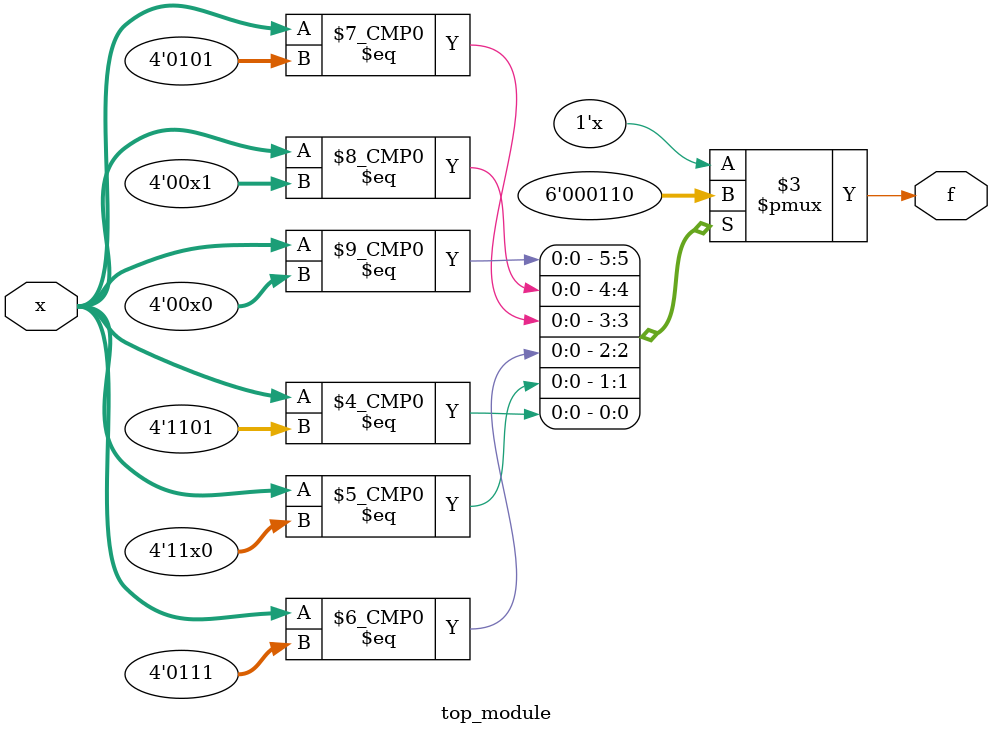
<source format=sv>
module top_module (
    input [4:1] x,
    output logic f
);

    always_comb begin
        case (x)
            4'b00x0: f = 1'b0;
            4'b00x1: f = 1'b0;
            4'b0101: f = 1'b0;
            4'b0111: f = 1'b1;
            4'b11x0: f = 1'b1;
            4'b1100: f = 1'b1;
            4'b1101: f = 1'b0;
            default: f = 1'bx; // Set the default value to 'x' for don't-care inputs
        endcase
    end
endmodule

</source>
